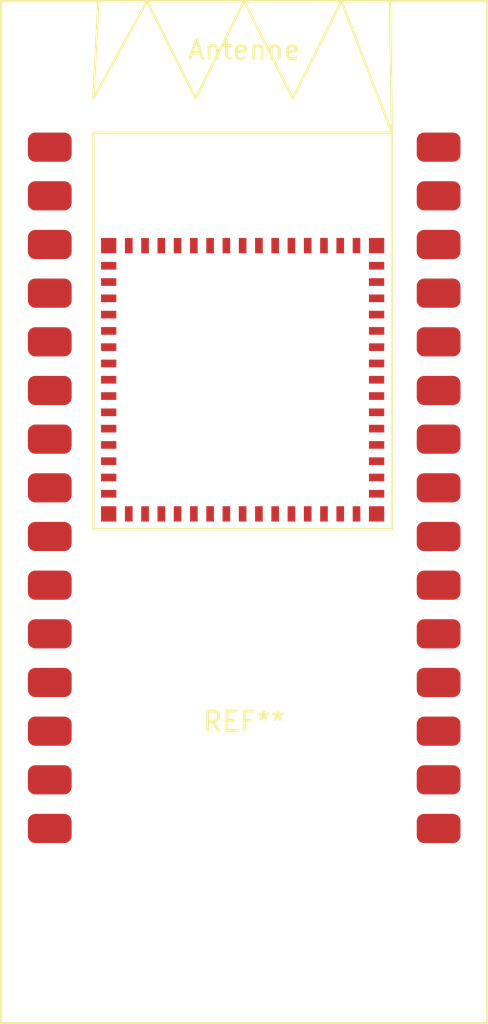
<source format=kicad_pcb>
(kicad_pcb (version 20211014) (generator pcbnew)
  (layers (0 "F.Cu" signal) (31 "B.Cu" signal) (34 "B.Paste" user) (35 "F.Paste" user) (36 "B.SilkS" user "B.Silkscreen") (37 "F.SilkS" user "F.Silkscreen") (38 "B.Mask" user) (39 "F.Mask" user) (44 "Edge.Cuts" user))
  (net 0 "")
  (footprint "ESP32_DEVKIT_v1:ESP32_DEVKIT_v1+_Kopie" (layer "F.Cu") (at 121.92 91.44)
    (fp_text reference "REF**" (at 0 -0.5 unlocked) (layer "F.SilkS"))
    (fp_text value "ESP32_DEVKIT_v1+")
    (fp_text user "Antenne" (at 0 -35.56 unlocked) (layer "F.SilkS"))
    (fp_line (start 7.72 -31.24) (end 7.72 -10.54) (layer "F.SilkS") (width 0.12))
    (fp_line (start -7.62 -38.1) (end -7.88 -33.02) (layer "F.SilkS") (width 0.12))
    (fp_line (start -5.08 -38.1) (end -2.54 -33.02) (layer "F.SilkS") (width 0.12))
    (fp_line (start -12.7 -38.1) (end 12.7 -38.1) (layer "F.SilkS") (width 0.12))
    (fp_line (start 12.7 -38.1) (end 12.7 15.24) (layer "F.SilkS") (width 0.12))
    (fp_line (start -7.88 -10.54) (end -7.88 -31.24) (layer "F.SilkS") (width 0.12))
    (fp_line (start -2.54 -33.02) (end 0 -38.1) (layer "F.SilkS") (width 0.12))
    (fp_line (start -7.88 -31.24) (end 7.72 -31.24) (layer "F.SilkS") (width 0.12))
    (fp_line (start -7.88 -33.02) (end -5.08 -38.1) (layer "F.SilkS") (width 0.12))
    (fp_line (start 0 -38.1) (end 2.54 -33.02) (layer "F.SilkS") (width 0.12))
    (fp_line (start 5.08 -38.1) (end 7.72 -31.24) (layer "F.SilkS") (width 0.12))
    (fp_line (start 12.7 15.24) (end -12.7 15.24) (layer "F.SilkS") (width 0.12))
    (fp_line (start 7.72 -31.24) (end 7.62 -38.1) (layer "F.SilkS") (width 0.12))
    (fp_line (start 7.72 -10.54) (end -7.88 -10.54) (layer "F.SilkS") (width 0.12))
    (fp_line (start -12.7 -38.1) (end -12.7 15.24) (layer "F.SilkS") (width 0.12))
    (fp_line (start 2.54 -33.02) (end 5.08 -38.1) (layer "F.SilkS") (width 0.12))
    (fp_line (start 7.62 -38.1) (end -7.62 -38.1) (layer "F.SilkS") (width 0.12))
    (pad "1" smd rect (at -7.08 -24.29) (size 0.8 0.4) (layers "F.Cu" "F.Paste" "F.Mask"))
    (pad "2" smd rect (at -7.08 -23.44) (size 0.8 0.4) (layers "F.Cu" "F.Paste" "F.Mask"))
    (pad "3" smd rect (at -7.08 -22.59) (size 0.8 0.4) (layers "F.Cu" "F.Paste" "F.Mask"))
    (pad "3V3" smd roundrect (at 10.16 5.08) (size 2.286 1.524) (layers "F.Cu" "F.Paste" "F.Mask"))
    (pad "4" smd rect (at -7.08 -21.74) (size 0.8 0.4) (layers "F.Cu" "F.Paste" "F.Mask"))
    (pad "5" smd rect (at -7.08 -20.89) (size 0.8 0.4) (layers "F.Cu" "F.Paste" "F.Mask"))
    (pad "6" smd rect (at -7.08 -20.04) (size 0.8 0.4) (layers "F.Cu" "F.Paste" "F.Mask"))
    (pad "7" smd rect (at -7.08 -19.19) (size 0.8 0.4) (layers "F.Cu" "F.Paste" "F.Mask"))
    (pad "8" smd rect (at -7.08 -18.34) (size 0.8 0.4) (layers "F.Cu" "F.Paste" "F.Mask"))
    (pad "9" smd rect (at -7.08 -17.49) (size 0.8 0.4) (layers "F.Cu" "F.Paste" "F.Mask"))
    (pad "10" smd rect (at -7.08 -16.64) (size 0.8 0.4) (layers "F.Cu" "F.Paste" "F.Mask"))
    (pad "11" smd rect (at -7.08 -15.79) (size 0.8 0.4) (layers "F.Cu" "F.Paste" "F.Mask"))
    (pad "12" smd rect (at -7.08 -14.94) (size 0.8 0.4) (layers "F.Cu" "F.Paste" "F.Mask"))
    (pad "13" smd rect (at -7.08 -14.09) (size 0.8 0.4) (layers "F.Cu" "F.Paste" "F.Mask"))
    (pad "14" smd rect (at -7.08 -13.24) (size 0.8 0.4) (layers "F.Cu" "F.Paste" "F.Mask"))
    (pad "15" smd rect (at -7.08 -12.39) (size 0.8 0.4) (layers "F.Cu" "F.Paste" "F.Mask"))
    (pad "16" smd rect (at -6.03 -11.34 90) (size 0.8 0.4) (layers "F.Cu" "F.Paste" "F.Mask"))
    (pad "17" smd rect (at -5.18 -11.34 90) (size 0.8 0.4) (layers "F.Cu" "F.Paste" "F.Mask"))
    (pad "18" smd rect (at -4.33 -11.34 90) (size 0.8 0.4) (layers "F.Cu" "F.Paste" "F.Mask"))
    (pad "19" smd rect (at -3.48 -11.34 90) (size 0.8 0.4) (layers "F.Cu" "F.Paste" "F.Mask"))
    (pad "20" smd rect (at -2.63 -11.34 90) (size 0.8 0.4) (layers "F.Cu" "F.Paste" "F.Mask"))
    (pad "21" smd rect (at -1.78 -11.34 90) (size 0.8 0.4) (layers "F.Cu" "F.Paste" "F.Mask"))
    (pad "22" smd rect (at -0.93 -11.34 90) (size 0.8 0.4) (layers "F.Cu" "F.Paste" "F.Mask"))
    (pad "23" smd rect (at -0.08 -11.34 90) (size 0.8 0.4) (layers "F.Cu" "F.Paste" "F.Mask"))
    (pad "24" smd rect (at 0.77 -11.34 90) (size 0.8 0.4) (layers "F.Cu" "F.Paste" "F.Mask"))
    (pad "25" smd rect (at 1.62 -11.34 90) (size 0.8 0.4) (layers "F.Cu" "F.Paste" "F.Mask"))
    (pad "26" smd rect (at 2.47 -11.34 90) (size 0.8 0.4) (layers "F.Cu" "F.Paste" "F.Mask"))
    (pad "27" smd rect (at 3.32 -11.34 90) (size 0.8 0.4) (layers "F.Cu" "F.Paste" "F.Mask"))
    (pad "28" smd rect (at 4.17 -11.34 90) (size 0.8 0.4) (layers "F.Cu" "F.Paste" "F.Mask"))
    (pad "29" smd rect (at 5.02 -11.34 90) (size 0.8 0.4) (layers "F.Cu" "F.Paste" "F.Mask"))
    (pad "30" smd rect (at 5.87 -11.34 90) (size 0.8 0.4) (layers "F.Cu" "F.Paste" "F.Mask"))
    (pad "31" smd rect (at 6.92 -12.39) (size 0.8 0.4) (layers "F.Cu" "F.Paste" "F.Mask"))
    (pad "32" smd rect (at 6.92 -13.24) (size 0.8 0.4) (layers "F.Cu" "F.Paste" "F.Mask"))
    (pad "33" smd rect (at 6.92 -14.09) (size 0.8 0.4) (layers "F.Cu" "F.Paste" "F.Mask"))
    (pad "34" smd rect (at 6.92 -14.94) (size 0.8 0.4) (layers "F.Cu" "F.Paste" "F.Mask"))
    (pad "35" smd rect (at 6.92 -15.79) (size 0.8 0.4) (layers "F.Cu" "F.Paste" "F.Mask"))
    (pad "36" smd rect (at 6.92 -16.64) (size 0.8 0.4) (layers "F.Cu" "F.Paste" "F.Mask"))
    (pad "37" smd rect (at 6.92 -17.49) (size 0.8 0.4) (layers "F.Cu" "F.Paste" "F.Mask"))
    (pad "38" smd rect (at 6.92 -18.34) (size 0.8 0.4) (layers "F.Cu" "F.Paste" "F.Mask"))
    (pad "39" smd rect (at 6.92 -19.19) (size 0.8 0.4) (layers "F.Cu" "F.Paste" "F.Mask"))
    (pad "40" smd rect (at 6.92 -20.04) (size 0.8 0.4) (layers "F.Cu" "F.Paste" "F.Mask"))
    (pad "41" smd rect (at 6.92 -20.89) (size 0.8 0.4) (layers "F.Cu" "F.Paste" "F.Mask"))
    (pad "42" smd rect (at 6.92 -21.74) (size 0.8 0.4) (layers "F.Cu" "F.Paste" "F.Mask"))
    (pad "43" smd rect (at 6.92 -22.59) (size 0.8 0.4) (layers "F.Cu" "F.Paste" "F.Mask"))
    (pad "44" smd rect (at 6.92 -23.44) (size 0.8 0.4) (layers "F.Cu" "F.Paste" "F.Mask"))
    (pad "45" smd rect (at 6.92 -24.29) (size 0.8 0.4) (layers "F.Cu" "F.Paste" "F.Mask"))
    (pad "46" smd rect (at 5.87 -25.34 90) (size 0.8 0.4) (layers "F.Cu" "F.Paste" "F.Mask"))
    (pad "47" smd rect (at 5.02 -25.34 90) (size 0.8 0.4) (layers "F.Cu" "F.Paste" "F.Mask"))
    (pad "48" smd rect (at 4.17 -25.34 90) (size 0.8 0.4) (layers "F.Cu" "F.Paste" "F.Mask"))
    (pad "49" smd rect (at 3.32 -25.34 90) (size 0.8 0.4) (layers "F.Cu" "F.Paste" "F.Mask"))
    (pad "50" smd rect (at 2.47 -25.34 90) (size 0.8 0.4) (layers "F.Cu" "F.Paste" "F.Mask"))
    (pad "51" smd rect (at 1.62 -25.34 90) (size 0.8 0.4) (layers "F.Cu" "F.Paste" "F.Mask"))
    (pad "52" smd rect (at 0.77 -25.34 90) (size 0.8 0.4) (layers "F.Cu" "F.Paste" "F.Mask"))
    (pad "53" smd rect (at -0.08 -25.34 90) (size 0.8 0.4) (layers "F.Cu" "F.Paste" "F.Mask"))
    (pad "54" smd rect (at -0.93 -25.34 90) (size 0.8 0.4) (layers "F.Cu" "F.Paste" "F.Mask"))
    (pad "55" smd rect (at -1.78 -25.34 90) (size 0.8 0.4) (layers "F.Cu" "F.Paste" "F.Mask"))
    (pad "56" smd rect (at -2.63 -25.34 90) (size 0.8 0.4) (layers "F.Cu" "F.Paste" "F.Mask"))
    (pad "57" smd rect (at -3.48 -25.34 90) (size 0.8 0.4) (layers "F.Cu" "F.Paste" "F.Mask"))
    (pad "58" smd rect (at -4.33 -25.34 90) (size 0.8 0.4) (layers "F.Cu" "F.Paste" "F.Mask"))
    (pad "59" smd rect (at -5.18 -25.34 90) (size 0.8 0.4) (layers "F.Cu" "F.Paste" "F.Mask"))
    (pad "60" smd rect (at -6.03 -25.34 90) (size 0.8 0.4) (layers "F.Cu" "F.Paste" "F.Mask"))
    (pad "62" smd rect (at -7.08 -25.34) (size 0.8 0.8) (layers "F.Cu" "F.Paste" "F.Mask"))
    (pad "63" smd rect (at -7.08 -11.34) (size 0.8 0.8) (layers "F.Cu" "F.Paste" "F.Mask"))
    (pad "64" smd rect (at 6.92 -11.34) (size 0.8 0.8) (layers "F.Cu" "F.Paste" "F.Mask"))
    (pad "65" smd rect (at 6.92 -25.34) (size 0.8 0.8) (layers "F.Cu" "F.Paste" "F.Mask"))
    (pad "D2" smd roundrect (at 10.16 -2.54) (size 2.286 1.524) (layers "F.Cu" "F.Paste" "F.Mask"))
    (pad "D4" smd roundrect (at 10.16 -5.08) (size 2.286 1.524) (layers "F.Cu" "F.Paste" "F.Mask"))
    (pad "D6" smd roundrect (at 10.16 -12.7) (size 2.286 1.524) (layers "F.Cu" "F.Paste" "F.Mask"))
    (pad "D12" smd roundrect (at -10.16 -2.54) (size 2.286 1.524) (layers "F.Cu" "F.Paste" "F.Mask"))
    (pad "D13" smd roundrect (at -10.16 0) (size 2.286 1.524) (layers "F.Cu" "F.Paste" "F.Mask"))
    (pad "D14" smd roundrect (at -10.16 -5.08) (size 2.286 1.524) (layers "F.Cu" "F.Paste" "F.Mask"))
    (pad "D15" smd roundrect (at 10.16 0) (size 2.286 1.524) (layers "F.Cu" "F.Paste" "F.Mask"))
    (pad "D16" smd roundrect (at 10.16 -15.24) (size 2.286 1.524) (layers "F.Cu" "F.Paste" "F.Mask"))
    (pad "D19" smd roundrect (at 10.16 -17.78) (size 2.286 1.524) (layers "F.Cu" "F.Paste" "F.Mask"))
    (pad "D21" smd roundrect (at 10.16 -20.32) (size 2.286 1.524) (layers "F.Cu" "F.Paste" "F.Mask"))
    (pad "D22" smd roundrect (at 10.16 -27.94) (size 2.286 1.524) (layers "F.Cu" "F.Paste" "F.Mask"))
    (pad "D23" smd roundrect (at 10.16 -30.48) (size 2.286 1.524) (layers "F.Cu" "F.Paste" "F.Mask"))
    (pad "D25" smd roundrect (at -10.16 -12.7) (size 2.286 1.524) (layers "F.Cu" "F.Paste" "F.Mask"))
    (pad "D26" smd roundrect (at -10.16 -10.16) (size 2.286 1.524) (layers "F.Cu" "F.Paste" "F.Mask"))
    (pad "D27" smd roundrect (at -10.16 -7.62) (size 2.286 1.524) (layers "F.Cu" "F.Paste" "F.Mask"))
    (pad "D32" smd roundrect (at -10.16 -17.78) (size 2.286 1.524) (layers "F.Cu" "F.Paste" "F.Mask"))
    (pad "D33" smd roundrect (at -10.16 -15.24) (size 2.286 1.524) (layers "F.Cu" "F.Paste" "F.Mask"))
    (pad "D34" smd roundrect (at -10.16 -22.86) (size 2.286 1.524) (layers "F.Cu" "F.Paste" "F.Mask"))
    (pad "D35" smd roundrect (at -10.16 -20.32) (size 2.286 1.524) (layers "F.Cu" "F.Paste" "F.Mask"))
    (pad "GND0" smd roundrect (at 10.16 2.54) (size 2.286 1.524) (layers "F.Cu" "F.Paste" "F.Mask"))
    (pad "GND1" smd roundrect (at -10.16 2.54) (size 2.286 1.524) (layers "F.Cu" "F.Paste" "F.Mask"))
    (pad "RX0" smd roundrect (at 10.16 -22.86) (size 2.286 1.524) (layers "F.Cu" "F.Paste" "F.Mask"))
    (pad "RX2" smd roundrect (at 10.16 -7.62) (size 2.286 1.524) (layers "F.Cu" "F.Paste" "F.Mask"))
    (pad "TX0" smd roundrect (at 10.16 -25.4) (size 2.286 1.524) (layers "F.Cu" "F.Paste" "F.Mask"))
    (pad "TX2" smd roundrect (at 10.16 -10.16) (size 2.286 1.524) (layers "F.Cu" "F.Paste" "F.Mask"))
    (pad "VN" smd roundrect (at -10.16 -25.4) (size 2.286 1.524) (layers "F.Cu" "F.Paste" "F.Mask"))
    (pad "VP" smd roundrect (at -10.16 -27.94) (size 2.286 1.524) (layers "F.Cu" "F.Paste" "F.Mask"))
    (pad "VP0" smd roundrect (at -10.16 -30.48) (size 2.286 1.524) (layers "F.Cu" "F.Paste" "F.Mask"))
    (pad "Vin" smd roundrect (at -10.16 5.08) (size 2.286 1.524) (layers "F.Cu" "F.Paste" "F.Mask"))
  )
)
</source>
